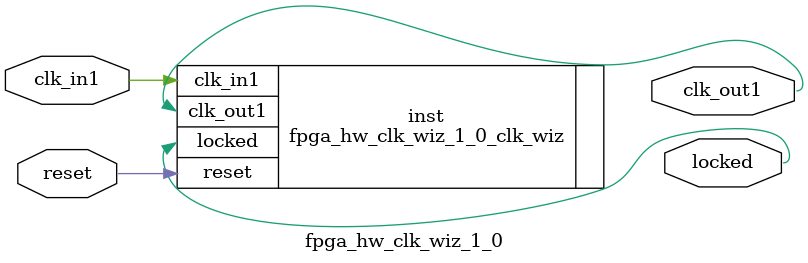
<source format=v>


`timescale 1ps/1ps

(* CORE_GENERATION_INFO = "fpga_hw_clk_wiz_1_0,clk_wiz_v6_0_10_0_0,{component_name=fpga_hw_clk_wiz_1_0,use_phase_alignment=true,use_min_o_jitter=false,use_max_i_jitter=false,use_dyn_phase_shift=false,use_inclk_switchover=false,use_dyn_reconfig=false,enable_axi=0,feedback_source=FDBK_AUTO,PRIMITIVE=MMCM,num_out_clk=1,clkin1_period=10.000,clkin2_period=10.000,use_power_down=false,use_reset=true,use_locked=true,use_inclk_stopped=false,feedback_type=SINGLE,CLOCK_MGR_TYPE=NA,manual_override=false}" *)

module fpga_hw_clk_wiz_1_0 
 (
  // Clock out ports
  output        clk_out1,
  // Status and control signals
  input         reset,
  output        locked,
 // Clock in ports
  input         clk_in1
 );

  fpga_hw_clk_wiz_1_0_clk_wiz inst
  (
  // Clock out ports  
  .clk_out1(clk_out1),
  // Status and control signals               
  .reset(reset), 
  .locked(locked),
 // Clock in ports
  .clk_in1(clk_in1)
  );

endmodule

</source>
